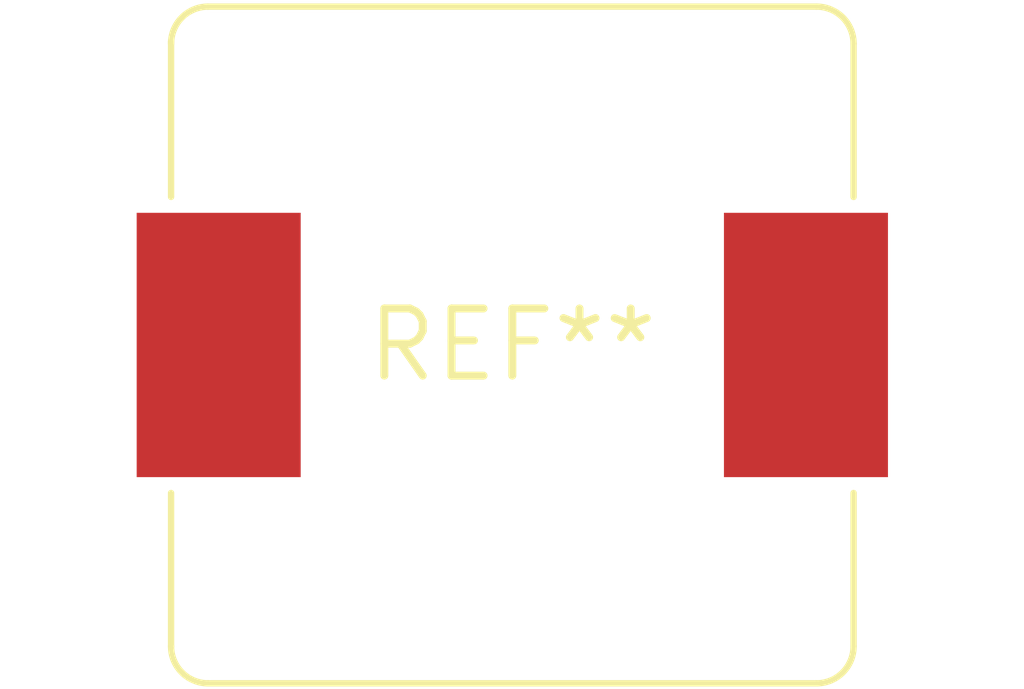
<source format=kicad_pcb>
(kicad_pcb (version 20240108) (generator pcbnew)
  (layers (0 "F.Cu" signal) (31 "B.Cu" signal) (34 "B.Paste" user) (35 "F.Paste" user) (36 "B.SilkS" user "B.Silkscreen") (37 "F.SilkS" user "F.Silkscreen") (38 "B.Mask" user) (39 "F.Mask" user) (44 "Edge.Cuts" user))
  (net 0 "")
  (footprint "L_Bourns_SRP1245A" (layer "F.Cu") (at 0 0)
    (property "Reference" "REF**")
    (property "Value" "L_Bourns_SRP1245A")
    (fp_line (start -6.45 -5.75) (end -6.45 -2.8) (layer "F.SilkS") (stroke (width 0.12)))
    (fp_line (start -6.45 2.8) (end -6.45 5.7) (layer "F.SilkS") (stroke (width 0.12)))
    (fp_line (start -5.75 -6.4) (end 5.75 -6.4) (layer "F.SilkS") (stroke (width 0.12)))
    (fp_line (start 5.75 6.4) (end -5.75 6.4) (layer "F.SilkS") (stroke (width 0.12)))
    (fp_line (start 6.45 -5.7) (end 6.45 -2.8) (layer "F.SilkS") (stroke (width 0.12)))
    (fp_line (start 6.45 2.8) (end 6.45 5.7) (layer "F.SilkS") (stroke (width 0.12)))
    (fp_arc (start -6.45 -5.7) (mid -6.244975 -6.194975) (end -5.75 -6.4) (layer "F.SilkS") (stroke (width 0.12)))
    (fp_arc (start -5.75 6.4) (mid -6.244975 6.194975) (end -6.45 5.7) (layer "F.SilkS") (stroke (width 0.12)))
    (fp_arc (start 5.75 -6.4) (mid 6.244975 -6.194975) (end 6.45 -5.7) (layer "F.SilkS") (stroke (width 0.12)))
    (fp_arc (start 6.45 5.7) (mid 6.244975 6.194975) (end 5.75 6.4) (layer "F.SilkS") (stroke (width 0.12)))
    (pad "1" smd rect (at -5.55 0) (size 3.1 5) (layers "F.Cu" "F.Paste" "F.Mask"))
    (pad "2" smd rect (at 5.55 0) (size 3.1 5) (layers "F.Cu" "F.Paste" "F.Mask"))
  )
)
</source>
